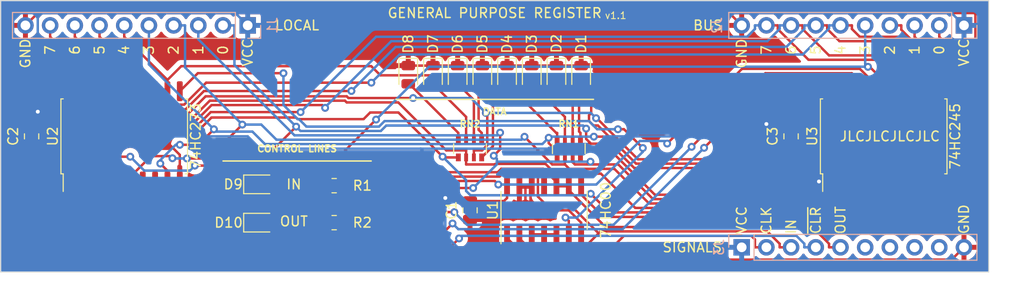
<source format=kicad_pcb>
(kicad_pcb (version 20240108) (generator "pcbnew") (generator_version "8.0")
  (layers (0 "F.Cu" signal) (31 "B.Cu" signal) (34 "B.Paste" user) (35 "F.Paste" user) (36 "B.SilkS" user "B.Silkscreen") (37 "F.SilkS" user "F.Silkscreen") (38 "B.Mask" user) (39 "F.Mask" user) (44 "Edge.Cuts" user))
  (net 0 "")
  (net 1 "VCC")
  (net 2 "GND")
  (net 3 "Net-(D1-A)")
  (net 4 "Net-(D2-A)")
  (net 5 "Net-(D3-A)")
  (net 6 "Net-(D4-A)")
  (net 7 "Net-(D5-A)")
  (net 8 "Net-(D6-A)")
  (net 9 "Net-(D7-A)")
  (net 10 "Net-(D8-A)")
  (net 11 "/L0")
  (net 12 "/L1")
  (net 13 "/L2")
  (net 14 "/L3")
  (net 15 "/L4")
  (net 16 "/L5")
  (net 17 "/L6")
  (net 18 "/L7")
  (net 19 "/D0")
  (net 20 "/D1")
  (net 21 "/D2")
  (net 22 "/D3")
  (net 23 "/D4")
  (net 24 "/D5")
  (net 25 "/D6")
  (net 26 "/D7")
  (net 27 "CLK")
  (net 28 "IN")
  (net 29 "OUT")
  (net 30 "Net-(D9-A)")
  (net 31 "Net-(D10-A)")
  (net 34 "Net-(U1-Pad3)")
  (net 38 "~{CLR}")
  (net 39 "Net-(U3-CE)")
  (net 40 "Net-(U2-Cp)")
  (footprint "LED_SMD:LED_0805_2012Metric" (layer "F.Cu") (at 74.93 22.86 -90)
    (property "Reference" "D4")
    (property "Value" "LED_Small")
  )
  (footprint "Resistor_SMD:R_0805_2012Metric" (layer "F.Cu") (at 57.15 34.29 180)
    (property "Reference" "R1")
    (property "Value" "330")
  )
  (footprint "Package_SO:SOIC-20W_7.5x12.8mm_P1.27mm" (layer "F.Cu") (at 113.665 29.21 90)
    (property "Reference" "U3")
    (property "Value" "74HC245")
  )
  (footprint "Capacitor_SMD:C_0805_2012Metric" (layer "F.Cu") (at 104.14 29.21 -90)
    (property "Reference" "C3")
    (property "Value" "C")
  )
  (footprint "LED_SMD:LED_0805_2012Metric" (layer "F.Cu") (at 49.53 34.155)
    (property "Reference" "D9")
    (property "Value" "IN")
  )
  (footprint "LED_SMD:LED_0805_2012Metric" (layer "F.Cu") (at 77.47 22.86 -90)
    (property "Reference" "D3")
    (property "Value" "LED_Small")
  )
  (footprint "Resistor_SMD:R_Array_Convex_4x0603" (layer "F.Cu") (at 71.12 30.48 -90)
    (property "Reference" "RN2")
    (property "Value" "220")
  )
  (footprint "Resistor_SMD:R_0805_2012Metric" (layer "F.Cu") (at 57.15 38.1 180)
    (property "Reference" "R2")
    (property "Value" "330")
  )
  (footprint "LED_SMD:LED_0805_2012Metric" (layer "F.Cu") (at 80.01 22.86 -90)
    (property "Reference" "D2")
    (property "Value" "LED_Small")
  )
  (footprint "Capacitor_SMD:C_0805_2012Metric" (layer "F.Cu") (at 71.12 36.83 -90)
    (property "Reference" "C1")
    (property "Value" "C")
  )
  (footprint "Package_SO:SO-14_3.9x8.65mm_P1.27mm" (layer "F.Cu") (at 78.74 36.83 90)
    (property "Reference" "U1")
    (property "Value" "74HC00")
  )
  (footprint "LED_SMD:LED_0805_2012Metric" (layer "F.Cu") (at 49.53 38.1)
    (property "Reference" "D10")
    (property "Value" "OUT")
  )
  (footprint "LED_SMD:LED_0805_2012Metric" (layer "F.Cu") (at 69.85 22.86 -90)
    (property "Reference" "D6")
    (property "Value" "LED_Small")
  )
  (footprint "LED_SMD:LED_0805_2012Metric" (layer "F.Cu") (at 64.77 22.86 -90)
    (property "Reference" "D8")
    (property "Value" "LED_Small")
  )
  (footprint "LED_SMD:LED_0805_2012Metric" (layer "F.Cu") (at 67.31 22.86 -90)
    (property "Reference" "D7")
    (property "Value" "LED_Small")
  )
  (footprint "LED_SMD:LED_0805_2012Metric" (layer "F.Cu") (at 82.55 22.86 -90)
    (property "Reference" "D1")
    (property "Value" "LED_Small")
  )
  (footprint "Capacitor_SMD:C_0805_2012Metric" (layer "F.Cu") (at 26.035 29.21 -90)
    (property "Reference" "C2")
    (property "Value" "C")
  )
  (footprint "LED_SMD:LED_0805_2012Metric" (layer "F.Cu") (at 72.39 22.86 -90)
    (property "Reference" "D5")
    (property "Value" "LED_Small")
  )
  (footprint "Package_SO:SOIC-20W_7.5x12.8mm_P1.27mm" (layer "F.Cu") (at 35.56 29.21 90)
    (property "Reference" "U2")
    (property "Value" "74HC273")
  )
  (footprint "Resistor_SMD:R_Array_Convex_4x0603" (layer "F.Cu") (at 81.28 30.48 -90)
    (property "Reference" "RN1")
    (property "Value" "220")
  )
  (footprint "Connector_PinHeader_2.54mm:PinHeader_1x10_P2.54mm_Vertical" (layer "B.Cu") (at 121.92 17.78 90)
    (property "Reference" "J2")
    (property "Value" "BUS")
  )
  (footprint "Connector_PinHeader_2.54mm:PinHeader_1x10_P2.54mm_Vertical" (layer "B.Cu") (at 99.06 40.64 -90)
    (property "Reference" "J3")
    (property "Value" "SIGNALS")
  )
  (footprint "Connector_PinHeader_2.54mm:PinHeader_1x10_P2.54mm_Vertical" (layer "B.Cu") (at 48.26 17.78 90)
    (property "Reference" "J1")
    (property "Value" "LOCAL")
  )
  (gr_line (start 45.72 31.75) (end 60.96 31.75) (stroke (width 0.15)) (layer "F.SilkS"))
  (gr_line (start 63.5 25.4) (end 83.82 25.4) (stroke (width 0.15)) (layer "F.SilkS"))
  (gr_line (start 22.86 15.24) (end 124.46 15.24) (stroke (width 0.1)) (layer "Edge.Cuts"))
  (gr_line (start 124.46 43.18) (end 22.86 43.18) (stroke (width 0.1)) (layer "Edge.Cuts"))
  (gr_line (start 22.86 43.18) (end 22.86 15.24) (stroke (width 0.1)) (layer "Edge.Cuts"))
  (gr_line (start 124.46 15.24) (end 124.46 43.18) (stroke (width 0.1)) (layer "Edge.Cuts"))
  (gr_text "JLCJLCJLCJLC" (at 114.3 29.21 0) (layer "F.SilkS") (effects (font (size 1 1))))
  (gr_text "VCC" (at 48.26 19.05 90) (layer "F.SilkS") (effects (font (size 1 1)) (justify right)))
  (gr_text "IN" (at 104.14 39.37 90) (layer "F.SilkS") (effects (font (size 1 1)) (justify left)))
  (gr_text "4" (at 35.56 20.32 90) (layer "F.SilkS") (effects (font (size 1 1))))
  (gr_text "2" (at 40.64 20.32 90) (layer "F.SilkS") (effects (font (size 1 1))))
  (gr_text "1" (at 43.18 20.32 90) (layer "F.SilkS") (effects (font (size 1 1))))
  (gr_text "GND" (at 25.4 19.05 90) (layer "F.SilkS") (effects (font (size 1 1)) (justify right)))
  (gr_text "CLK" (at 101.6 39.37 90) (layer "F.SilkS") (effects (font (size 1 1)) (justify left)))
  (gr_text "7" (at 101.6 20.32 90) (layer "F.SilkS") (effects (font (size 1 1))))
  (gr_text "6" (at 30.48 20.32 90) (layer "F.SilkS") (effects (font (size 1 1))))
  (gr_text "4" (at 109.22 20.32 90) (layer "F.SilkS") (effects (font (size 1 1))))
  (gr_text "VCC" (at 99.06 39.37 90) (layer "F.SilkS") (effects (font (size 1 1)) (justify left)))
  (gr_text "GND" (at 121.92 39.37 90) (layer "F.SilkS") (effects (font (size 1 1)) (justify left)))
  (gr_text "~{CLR}" (at 106.68 39.37 90) (layer "F.SilkS") (effects (font (size 1 1)) (justify left)))
  (gr_text "0" (at 45.72 20.32 90) (layer "F.SilkS") (effects (font (size 1 1))))
  (gr_text "6" (at 104.14 20.32 90) (layer "F.SilkS") (effects (font (size 1 1))))
  (gr_text "OUT" (at 109.22 39.37 90) (layer "F.SilkS") (effects (font (size 1 1)) (justify left)))
  (gr_text "VCC" (at 121.92 19.05 90) (layer "F.SilkS") (effects (font (size 1 1)) (justify right)))
  (gr_text "3" (at 111.76 20.32 90) (layer "F.SilkS") (effects (font (size 1 1))))
  (gr_text "DATA" (at 73.66 26.67 0) (layer "F.SilkS") (effects (font (size 0.7 0.7))))
  (gr_text "3" (at 38.1 20.32 90) (layer "F.SilkS") (effects (font (size 1 1))))
  (gr_text "GENERAL PURPOSE REGISTER" (at 73.66 16.51 0) (layer "F.SilkS") (effects (font (size 1 1))))
  (gr_text "v1.1" (at 86.106 16.764 0) (layer "F.SilkS") (effects (font (size 0.7 0.7) (thickness 0.1))))
  (gr_text "5" (at 106.68 20.32 90) (layer "F.SilkS") (effects (font (size 1 1))))
  (gr_text "7" (at 27.94 20.32 90) (layer "F.SilkS") (effects (font (size 1 1))))
  (gr_text "GND" (at 99.06 19.05 90) (layer "F.SilkS") (effects (font (size 1 1)) (justify right)))
  (gr_text "0" (at 119.38 20.32 90) (layer "F.SilkS") (effects (font (size 1 1))))
  (gr_text "2" (at 114.3 20.32 90) (layer "F.SilkS") (effects (font (size 1 1))))
  (gr_text "5" (at 33.02 20.32 90) (layer "F.SilkS") (effects (font (size 1 1))))
  (gr_text "1" (at 116.84 20.32 90) (layer "F.SilkS") (effects (font (size 1 1))))
  (gr_text "CONTROL LINES" (at 53.34 30.48 0) (layer "F.SilkS") (effects (font (size 0.7 0.7))))
  (segment (start 74.61 35.88) (end 74.93 35.56) (width 0.25) (layer "F.Cu") (net 1))
  (segment (start 70.8 35.56) (end 71.12 35.88) (width 0.25) (layer "F.Cu") (net 1))
  (segment (start 104.14 28.26) (end 107.63 28.26) (width 0.25) (layer "F.Cu") (net 1))
  (segment (start 104.14 28.26) (end 104.46 27.94) (width 0.25) (layer "F.Cu") (net 1))
  (segment (start 107.63 28.26) (end 107.95 27.94) (width 0.25) (layer "F.Cu") (net 1))
  (segment (start 26.035 27.305) (end 26.67 26.67) (width 0.25) (layer "F.Cu") (net 1))
  (segment (start 26.035 28.26) (end 28.89 28.26) (width 0.25) (layer "F.Cu") (net 1))
  (segment (start 26.035 28.26) (end 26.035 27.305) (width 0.25) (layer "F.Cu") (net 1))
  (segment (start 28.89 28.26) (end 29.845 27.305) (width 0.25) (layer "F.Cu") (net 1))
  (segment (start 29.845 24.56) (end 29.845 24.46) (width 0.25) (layer "F.Cu") (net 1))
  (segment (start 68.58 35.56) (end 70.8 35.56) (width 0.25) (layer "F.Cu") (net 1))
  (segment (start 29.845 27.305) (end 29.845 24.56) (width 0.25) (layer "F.Cu") (net 1))
  (segment (start 107.95 27.94) (end 107.95 24.56) (width 0.25) (layer "F.Cu") (net 1))
  (segment (start 103.82 27.94) (end 104.14 28.26) (width 0.25) (layer "F.Cu") (net 1))
  (segment (start 71.12 35.88) (end 74.61 35.88) (width 0.25) (layer "F.Cu") (net 1))
  (segment (start 107.95 33.86) (end 107.0096 33.86) (width 0.25) (layer "F.Cu") (net 1))
  (segment (start 107.95 24.56) (end 107.95 24.46) (width 0.25) (layer "F.Cu") (net 1))
  (segment (start 74.93 35.56) (end 74.93 34.355) (width 0.25) (layer "F.Cu") (net 1))
  (segment (start 101.6 27.94) (end 103.82 27.94) (width 0.25) (layer "F.Cu") (net 1))
  (via (at 26.67 26.67) (size 0.8) (drill 0.4) (layers "F.Cu" "B.Cu") (net 1))
  (via (at 68.58 35.56) (size 0.8) (drill 0.4) (layers "F.Cu" "B.Cu") (net 1))
  (via (at 101.6 27.94) (size 0.8) (drill 0.4) (layers "F.Cu" "B.Cu") (net 1))
  (via (at 107.0096 33.86) (size 0.8) (drill 0.4) (layers "F.Cu" "B.Cu") (net 1))
  (segment (start 83.82 30.48) (end 66.04 30.48) (width 0.25) (layer "B.Cu") (net 1))
  (segment (start 107.0108 29.21) (end 107.0096 29.2112) (width 0.25) (layer "B.Cu") (net 1))
  (segment (start 48.26 29.21) (end 27.94 29.21) (width 0.25) (layer "B.Cu") (net 1))
  (segment (start 68.58 33.02) (end 68.58 35.56) (width 0.25) (layer "B.Cu") (net 1))
  (segment (start 66.04 30.48) (end 49.53 30.48) (width 0.25) (layer "B.Cu") (net 1))
  (segment (start 69.85 40.64) (end 68.58 39.37) (width 0.25) (layer "B.Cu") (net 1))
  (segment (start 26.67 27.94) (end 26.67 26.67) (width 0.25) (layer "B.Cu") (net 1))
  (segment (start 68.58 39.37) (end 68.58 35.56) (width 0.25) (layer "B.Cu") (net 1))
  (segment (start 46.99 16.51) (end 48.26 17.78) (width 0.25) (layer "B.Cu") (net 1))
  (segment (start 27.94 16.51) (end 26.67 16.51) (width 0.25) (layer "B.Cu") (net 1))
  (segment (start 107.0108 29.21) (end 104.14 29.21) (width 0.25) (layer "B.Cu") (net 1))
  (segment (start 120.65 16.51) (end 46.99 16.51) (width 0.25) (layer "B.Cu") (net 1))
  (segment (start 66.04 30.48) (end 68.58 33.02) (width 0.25) (layer "B.Cu") (net 1))
  (segment (start 121.92 17.78) (end 121.92 27.94) (width 0.25) (layer "B.Cu") (net 1))
  (segment (start 104.14 29.21) (end 102.87 29.21) (width 0.25) (layer "B.Cu") (net 1))
  (segment (start 46.99 16.51) (end 27.94 16.51) (width 0.25) (layer "B.Cu") (net 1))
  (segment (start 85.09 29.21) (end 83.82 30.48) (width 0.25) (layer "B.Cu") (net 1))
  (segment (start 70.612 40.64) (end 69.85 40.64) (width 0.25) (layer "B.Cu") (net 1))
  (segment (start 99.06 40.64) (end 70.612 40.64) (width 0.25) (layer "B.Cu") (net 1))
  (segment (start 49.53 30.48) (end 48.26 29.21) (width 0.25) (layer "B.Cu") (net 1))
  (segment (start 24.13 17.272) (end 24.892 16.51) (width 0.25) (layer "B.Cu") (net 1))
  (segment (start 102.87 29.21) (end 85.09 29.21) (width 0.25) (layer "B.Cu") (net 1))
  (segment (start 24.13 38.862) (end 24.13 17.272) (width 0.25) (layer "B.Cu") (net 1))
  (segment (start 24.892 16.51) (end 26.67 16.51) (width 0.25) (layer "B.Cu") (net 1))
  (segment (start 120.65 29.21) (end 107.0108 29.21) (width 0.25) (layer "B.Cu") (net 1))
  (segment (start 26.67 16.51) (end 26.67 26.67) (width 0.25) (layer "B.Cu") (net 1))
  (segment (start 121.92 17.78) (end 120.65 16.51) (width 0.25) (layer "B.Cu") (net 1))
  (segment (start 107.0096 29.2112) (end 107.0096 33.86) (width 0.25) (layer "B.Cu") (net 1))
  (segment (start 121.92 27.94) (end 120.65 29.21) (width 0.25) (layer "B.Cu") (net 1))
  (segment (start 104.14 29.21) (end 102.87 29.21) (width 0.25) (layer "B.Cu") (net 1))
  (segment (start 70.612 40.64) (end 69.85 40.64) (width 0.25) (layer "B.Cu") (net 1))
  (segment (start 26.67 16.51) (end 27.94 16.51) (width 0.25) (layer "B.Cu") (net 1))
  (segment (start 25.908 40.64) (end 24.13 38.862) (width 0.25) (layer "B.Cu") (net 1))
  (segment (start 69.85 40.64) (end 25.908 40.64) (width 0.25) (layer "B.Cu") (net 1))
  (segment (start 102.87 29.21) (end 101.6 27.94) (width 0.25) (layer "B.Cu") (net 1))
  (segment (start 27.94 29.21) (end 26.67 27.94) (width 0.25) (layer "B.Cu") (net 1))
  (segment (start 119.38 32.17) (end 121.92 32.17) (width 0.25) (layer "F.Cu") (net 2))
  (segment (start 41.275 31.115) (end 41.275 33.385) (width 0.25) (layer "F.Cu") (net 2))
  (segment (start 82.55 38.1) (end 82.55 39.305) (width 0.25) (layer "F.Cu") (net 2))
  (segment (start 41.66 33.77) (end 41.365 33.77) (width 0.25) (layer "F.Cu") (net 2))
  (segment (start 67.31 21.9225) (end 69.85 21.9225) (width 0.25) (layer "F.Cu") (net 2))
  (segment (start 69.0956 16.51) (end 67.31 18.2956) (width 0.25) (layer "F.Cu") (net 2))
  (segment (start 82.55 21.9225) (end 80.01 21.9225) (width 0.25) (layer "F.Cu") (net 2))
  (segment (start 76.8206 36.83) (end 81.28 36.83) (width 0.25) (layer "F.Cu") (net 2))
  (segment (start 25.08 30.16) (end 26.035 30.16) (width 0.25) (layer "F.Cu") (net 2))
  (segment (start 99.06 17.78) (end 97.79 16.51) (width 0.25) (layer "F.Cu") (net 2))
  (segment (start 48.5925 34.155) (end 48.5925 38.1) (width 0.25) (layer "F.Cu") (net 2))
  (segment (start 24.13 40.386) (end 24.13 29.21) (width 0.25) (layer "F.Cu") (net 2))
  (segment (start 121.92 21.59) (end 123.095 20.415) (width 0.25) (layer "F.Cu") (net 2))
  (segment (start 24.13 26.67) (end 24.13 27.686) (width 0.25) (layer "F.Cu") (net 2))
  (segment (start 119.38 33.86) (end 119.38 33.96) (width 0.25) (layer "F.Cu") (net 2))
  (segment (start 76.8206 34.355) (end 76.8206 36.83) (width 0.25) (layer "F.Cu") (net 2))
  (segment (start 67.31 18.2956) (end 67.31 21.9225) (width 0.25) (layer "F.Cu") (net 2))
  (segment (start 119.06 30.16) (end 119.38 30.48) (width 0.25) (layer "F.Cu") (net 2))
  (segment (start 72.39 41.91) (end 71.12 40.64) (width 0.25) (layer "F.Cu") (net 2))
  (segment (start 80.01 21.9225) (end 77.47 21.9225) (width 0.25) (layer "F.Cu") (net 2))
  (segment (start 123 16.51) (end 97.79 16.51) (width 0.25) (layer "F.Cu") (net 2))
  (segment (start 72.39 41.91) (end 25.654 41.91) (width 0.25) (layer "F.Cu") (net 2))
  (segment (start 69.0956 16.51) (end 26.67 16.51) (width 0.25) (layer "F.Cu") (net 2))
  (segment (start 72.07 36.83) (end 76.8206 36.83) (width 0.25) (layer "F.Cu") (net 2))
  (segment (start 97.79 16.51) (end 95.25 16.51) (width 0.25) (layer "F.Cu") (net 2))
  (segment (start 41.66 33.77) (end 42.045 34.155) (width 0.25) (layer "F.Cu") (net 2))
  (segment (start 119.38 30.48) (end 119.38 32.17) (width 0.25) (layer "F.Cu") (net 2))
  (segment (start 25.4 25.4) (end 24.13 26.67) (width 0.25) (layer "F.Cu") (net 2))
  (segment (start 71.12 40.64) (end 71.12 37.78) (width 0.25) (layer "F.Cu") (net 2))
  (segment (start 26.67 16.51) (end 25.4 17.78) (width 0.25) (layer "F.Cu") (net 2))
  (segment (start 72.644 41.91) (end 72.39 41.91) (width 0.25) (layer "F.Cu") (net 2))
  (segment (start 72.39 21.9225) (end 74.93 21.9225) (width 0.25) (layer "F.Cu") (net 2))
  (segment (start 76.2 34.355) (end 76.8206 34.355) (width 0.25) (layer "F.Cu") (net 2))
  (segment (start 76.8206 34.355) (end 77.47 34.355) (width 0.25) (layer "F.Cu") (net 2))
  (segment (start 42.045 34.155) (end 48.5925 34.155) (width 0.25) (layer "F.Cu") (net 2))
  (segment (start 24.13 29.21) (end 25.08 30.16) (width 0.25) (layer "F.Cu") (net 2))
  (segment (start 120.65 41.91) (end 72.644 41.91) (width 0.25) (layer "F.Cu") (net 2))
  (segment (start 64.77 21.9225) (end 67.31 21.9225) (width 0.25) (layer "F.Cu") (net 2))
  (segment (start 72.644 41.91) (end 72.39 41.91) (width 0.25) (layer "F.Cu") (net 2))
  (segment (start 24.13 29.21) (end 24.13 27.686) (width 0.25) (layer "F.Cu") (net 2))
  (segment (start 95.25 16.51) (end 69.0956 16.51) (width 0.25) (layer "F.Cu") (net 2))
  (segment (start 123.095 16.605) (end 123 16.51) (width 0.25) (layer "F.Cu") (net 2))
  (segment (start 24.13 27.686) (end 24.13 29.21) (width 0.25) (layer "F.Cu") (net 2))
  (segment (start 25.654 41.91) (end 24.13 40.386) (width 0.25) (layer "F.Cu") (net 2))
  (segment (start 26.035 30.16) (end 40.32 30.16) (width 0.25) (layer "F.Cu") (net 2))
  (segment (start 104.14 30.16) (end 119.06 30.16) (width 0.25) (layer "F.Cu") (net 2))
  (segment (start 71.12 37.78) (end 72.07 36.83) (width 0.25) (layer "F.Cu") (net 2))
  (segment (start 40.32 30.16) (end 41.275 31.115) (width 0.25) (layer "F.Cu") (net 2))
  (segment (start 121.92 40.64) (end 121.92 32.17) (width 0.25) (layer "F.Cu") (net 2))
  (segment (start 81.28 36.83) (end 82.55 38.1) (width 0.25) (layer "F.Cu") (net 2))
  (segment (start 25.4 17.78) (end 25.4 25.4) (width 0.25) (layer "F.Cu") (net 2))
  (segment (start 121.92 32.17) (end 121.92 21.59) (width 0.25) (layer "F.Cu") (net 2))
  (segment (start 97.79 16.51) (end 95.25 16.51) (width 0.25) (layer "F.Cu") (net 2))
  (segment (start 123.095 20.415) (end 123.095 16.605) (width 0.25) (layer "F.Cu") (net 2))
  (segment (start 77.47 21.9225) (end 74.93 21.9225) (width 0.25) (layer "F.Cu") (net 2))
  (segment (start 121.92 40.64) (end 120.65 41.91) (width 0.25) (layer "F.Cu") (net 2))
  (segment (start 119.38 32.17) (end 119.38 33.86) (width 0.25) (layer "F.Cu") (net 2))
  (segment (start 41.275 33.385) (end 41.66 33.77) (width 0.25) (layer "F.Cu") (net 2))
  (segment (start 69.85 21.9225) (end 72.39 21.9225) (width 0.25) (layer "F.Cu") (net 2))
  (segment (start 41.365 33.77) (end 41.275 33.86) (width 0.25) (layer "F.Cu") (net 2))
  (segment (start 82.3371 24.0104) (end 82.3371 28.7118) (width 0.25) (layer "F.Cu") (net 3))
  (segment (start 82.3371 28.7118) (end 82.48 28.8547) (width 0.25) (layer "F.Cu") (net 3))
  (segment (start 82.48 29.58) (end 82.48 28.8547) (width 0.25) (layer "F.Cu") (net 3))
  (segment (start 82.55 23.7975) (end 82.3371 24.0104) (width 0.25) (layer "F.Cu") (net 3))
  (segment (start 80.01 23.7975) (end 81.68 25.4675) (width 0.25) (layer "F.Cu") (net 4))
  (segment (start 81.68 29.58) (end 81.68 28.8547) (width 0.25) (layer "F.Cu") (net 4))
  (segment (start 81.68 25.4675) (end 81.68 28.8547) (width 0.25) (layer "F.Cu") (net 4))
  (segment (start 77.47 23.7975) (end 80.88 27.2075) (width 0.25) (layer "F.Cu") (net 5))
  (segment (start 80.88 27.2075) (end 80.88 29.58) (width 0.25) (layer "F.Cu") (net 5))
  (segment (start 79.9872 28.8547) (end 80.08 28.8547) (width 0.25) (layer "F.Cu") (net 6))
  (segment (start 80.08 29.58) (end 80.08 28.8547) (width 0.25) (layer "F.Cu") (net 6))
  (segment (start 74.93 23.7975) (end 79.9872 28.8547) (width 0.25) (layer "F.Cu") (net 6))
  (segment (start 72.0059 24.1816) (end 72.0059 28.5406) (width 0.25) (layer "F.Cu") (net 7))
  (segment (start 72.39 23.7975) (end 72.0059 24.1816) (width 0.25) (layer "F.Cu") (net 7))
  (segment (start 72.0059 28.5406) (end 72.32 28.8547) (width 0.25) (layer "F.Cu") (net 7))
  (segment (start 72.32 29.58) (end 72.32 28.8547) (width 0.25) (layer "F.Cu") (net 7))
  (segment (start 71.52 29.58) (end 71.52 28.8547) (width 0.25) (layer "F.Cu") (net 8))
  (segment (start 71.52 25.4675) (end 71.52 28.8547) (width 0.25) (layer "F.Cu") (net 8))
  (segment (start 69.85 23.7975) (end 71.52 25.4675) (width 0.25) (layer "F.Cu") (net 8))
  (segment (start 67.31 23.7975) (end 70.72 27.2075) (width 0.25) (layer "F.Cu") (net 9))
  (segment (start 70.72 27.2075) (end 70.72 29.58) (width 0.25) (layer "F.Cu") (net 9))
  (segment (start 64.8628 23.7975) (end 64.77 23.7975) (width 0.25) (layer "F.Cu") (net 10))
  (segment (start 69.92 29.58) (end 69.92 28.8547) (width 0.25) (layer "F.Cu") (net 10))
  (segment (start 69.92 28.8547) (end 64.8628 23.7975) (width 0.25) (layer "F.Cu") (net 10))
  (segment (start 49.2265 32.2248) (end 42.8242 32.2248) (width 0.25) (layer "F.Cu") (net 11))
  (segment (start 82.48 31.38) (end 82.48 30.6547) (width 0.25) (layer "F.Cu") (net 11))
  (segment (start 109.22 33.86) (end 109.22 34.3561) (width 0.25) (layer "F.Cu") (net 11))
  (segment (start 83.5567 29.9655) (end 83.4314 29.8402) (width 0.25) (layer "F.Cu") (net 11))
  (segment (start 33.1745 31.3057) (end 31.115 33.3652) (width 0.25) (layer "F.Cu") (net 11))
  (segment (start 82.48 30.6547) (end 82.6169 30.6547) (width 0.25) (layer "F.Cu") (net 11))
  (segment (start 84.8709 29.9655) (end 83.5567 29.9655) (width 0.25) (layer "F.Cu") (net 11))
  (segment (start 53.2413 28.21) (end 49.2265 32.2248) (width 0.25) (layer "F.Cu") (net 11))
  (segment (start 82.6169 30.6547) (end 83.4314 29.8402) (width 0.25) (layer "F.Cu") (net 11))
  (segment (start 31.115 33.3652) (end 31.115 33.86) (width 0.25) (layer "F.Cu") (net 11))
  (segment (start 108.3509 35.2252) (end 90.1306 35.2252) (width 0.25) (layer "F.Cu") (net 11))
  (segment (start 83.4314 29.8402) (end 83.0637 29.4725) (width 0.25) (layer "F.Cu") (net 11))
  (segment (start 36.1829 31.3057) (end 33.1745 31.3057) (width 0.25) (layer "F.Cu") (net 11))
  (segment (start 83.0637 29.4725) (end 83.0637 28.4108) (width 0.25) (layer "F.Cu") (net 11))
  (segment (start 90.1306 35.2252) (end 84.8709 29.9655) (width 0.25) (layer "F.Cu") (net 11))
  (segment (start 109.22 34.3561) (end 108.3509 35.2252) (width 0.25) (layer "F.Cu") (net 11))
  (via (at 36.1829 31.3057) (size 0.8) (drill 0.4) (layers "F.Cu" "B.Cu") (net 11))
  (via (at 42.8242 32.2248) (size 0.8) (drill 0.4) (layers "F.Cu" "B.Cu") (net 11))
  (via (at 53.2413 28.21) (size 0.8) (drill 0.4) (layers "F.Cu" "B.Cu") (net 11))
  (via (at 83.0637 28.4108) (size 0.8) (drill 0.4) (layers "F.Cu" "B.Cu") (net 11))
  (segment (start 46.8953 17.78) (end 46.8953 21.864) (width 0.25) (layer "B.Cu") (net 11))
  (segment (start 61.9496 28.656) (end 62.5082 28.0974) (width 0.25) (layer "B.Cu") (net 11))
  (segment (start 42.3104 32.7386) (end 37.6158 32.7386) (width 0.25) (layer "B.Cu") (net 11))
  (segment (start 37.6158 32.7386) (end 36.1829 31.3057) (width 0.25) (layer "B.Cu") (net 11))
  (segment (start 82.7503 28.0974) (end 83.0637 28.4108) (width 0.25) (layer "B.Cu") (net 11))
  (segment (start 62.5082 28.0974) (end 82.7503 28.0974) (width 0.25) (layer "B.Cu") (net 11))
  (segment (start 53.6873 28.656) (end 61.9496 28.656) (width 0.25) (layer "B.Cu") (net 11))
  (segment (start 42.8242 32.2248) (end 42.3104 32.7386) (width 0.25) (layer "B.Cu") (net 11))
  (segment (start 53.2413 28.21) (end 53.6873 28.656) (width 0.25) (layer "B.Cu") (net 11))
  (segment (start 46.8953 21.864) (end 53.2413 28.21) (width 0.25) (layer "B.Cu") (net 11))
  (segment (start 45.72 17.78) (end 46.8953 17.78) (width 0.25) (layer "B.Cu") (net 11))
  (segment (start 81.9052 32.1053) (end 83.5058 32.1053) (width 0.25) (layer "F.Cu") (net 12))
  (segment (start 89.944 35.6755) (end 86.3738 32.1053) (width 0.25) (layer "F.Cu") (net 12))
  (segment (start 67.1189 34.5334) (end 61.5843 40.068) (width 0.25) (layer "F.Cu") (net 12))
  (segment (start 83.5058 31.8179) (end 83.5058 32.1053) (width 0.25) (layer "F.Cu") (net 12))
  (segment (start 73.5627 31.2072) (end 74.2174 30.5525) (width 0.25) (layer "F.Cu") (net 12))
  (segment (start 86.3738 32.1053) (end 83.5058 32.1053) (width 0.25) (layer "F.Cu") (net 12))
  (segment (start 61.5843 40.068) (end 40.6264 40.068) (width 0.25) (layer "F.Cu") (net 12))
  (segment (start 71.4448 34.5334) (end 67.1189 34.5334) (width 0.25) (layer "F.Cu") (net 12))
  (segment (start 34.925 34.3666) (end 34.925 33.86) (width 0.25) (layer "F.Cu") (net 12))
  (segment (start 40.6264 40.068) (end 34.925 34.3666) (width 0.25) (layer "F.Cu") (net 12))
  (segment (start 109.1252 35.6755) (end 89.944 35.6755) (width 0.25) (layer "F.Cu") (net 12))
  (segment (start 81.68 31.8801) (end 81.9052 32.1053) (width 0.25) (layer "F.Cu") (net 12))
  (segment (start 74.2174 30.5525) (end 74.2174 28.8249) (width 0.25) (layer "F.Cu") (net 12))
  (segment (start 110.49 34.3107) (end 109.1252 35.6755) (width 0.25) (layer "F.Cu") (net 12))
  (segment (start 81.68 31.38) (end 81.68 31.8801) (width 0.25) (layer "F.Cu") (net 12))
  (segment (start 110.49 33.86) (end 110.49 34.3107) (width 0.25) (layer "F.Cu") (net 12))
  (via (at 74.2174 28.8249) (size 0.8) (drill 0.4) (layers "F.Cu" "B.Cu") (net 12))
  (via (at 73.5627 31.2072) (size 0.8) (drill 0.4) (layers "F.Cu" "B.Cu") (net 12))
  (via (at 71.4448 34.5334) (size 0.8) (drill 0.4) (layers "F.Cu" "B.Cu") (net 12))
  (via (at 83.5058 31.8179) (size 0.8) (drill 0.4) (layers "F.Cu" "B.Cu") (net 12))
  (segment (start 53.0692 29.1063) (end 73.936 29.1063) (width 0.25) (layer "B.Cu") (net 12))
  (segment (start 73.936 29.1063) (end 74.2174 28.8249) (width 0.25) (layer "B.Cu") (net 12))
  (segment (start 73.8844 31.8179) (end 73.8844 32.0938) (width 0.25) (layer "B.Cu") (net 12))
  (segment (start 43.18 18.9553) (end 43.18 19.2171) (width 0.25) (layer "B.Cu") (net 12))
  (segment (start 43.18 17.78) (end 43.18 18.9553) (width 0.25) (layer "B.Cu") (net 12))
  (segment (start 83.5058 31.8179) (end 73.8844 31.8179) (width 0.25) (layer "B.Cu") (net 12))
  (segment (start 73.8844 32.0938) (end 71.4448 34.5334) (width 0.25) (layer "B.Cu") (net 12))
  (segment (start 43.18 19.2171) (end 53.0692 29.1063) (width 0.25) (layer "B.Cu") (net 12))
  (segment (start 73.5627 31.2072) (end 73.8844 31.5289) (width 0.25) (layer "B.Cu") (net 12))
  (segment (start 73.8844 31.5289) (end 73.8844 31.8179) (width 0.25) (layer "B.Cu") (net 12))
  (segment (start 80.88 31.38) (end 80.88 32.1053) (width 0.25) (layer "F.Cu") (net 13))
  (segment (start 42.005 31.4884) (end 44.2143 31.4884) (width 0.25) (layer "F.Cu") (net 13))
  (segment (start 109.9366 36.126) (end 89.5342 36.126) (width 0.25) (layer "F.Cu") (net 13))
  (segment (start 111.76 33.86) (end 111.76 34.3026) (width 0.25) (layer "F.Cu") (net 13))
  (segment (start 44.2143 31.4884) (end 47.7055 27.9972) (width 0.25) (layer "F.Cu") (net 13))
  (segment (start 81.3304 32.5557) (end 80.88 32.1053) (width 0.25) (layer "F.Cu") (net 13))
  (segment (start 79.5787 32.1053) (end 80.88 32.1053) (width 0.25) (layer "F.Cu") (net 13))
  (segment (start 111.76 34.3026) (end 109.9366 36.126) (width 0.25) (layer "F.Cu") (net 13))
  (segment (start 36.195 33.3653) (end 38.3125 31.2478) (width 0.25) (layer "F.Cu") (net 13))
  (segment (start 89.5342 36.126) (end 85.9639 32.5557) (width 0.25) (layer "F.Cu") (net 13))
  (segment (start 36.195 33.86) (end 36.195 33.3653) (width 0.25) (layer "F.Cu") (net 13))
  (segment (start 85.9639 32.5557) (end 81.3304 32.5557) (width 0.25) (layer "F.Cu") (net 13))
  (segment (start 76.7262 29.2528) (end 79.5787 32.1053) (width 0.25) (layer "F.Cu") (net 13))
  (segment (start 38.3125 31.2478) (end 40.2995 31.2478) (width 0.25) (layer "F.Cu") (net 13))
  (segment (start 40.2995 31.2478) (end 40.5176 31.4659) (width 0.25) (layer "F.Cu") (net 13))
  (via (at 40.5176 31.4659) (size 0.8) (drill 0.4) (layers "F.Cu" "B.Cu") (net 13))
  (via (at 47.7055 27.9972) (size 0.8) (drill 0.4) (layers "F.Cu" "B.Cu") (net 13))
  (via (at 76.7262 29.2528) (size 0.8) (drill 0.4) (layers "F.Cu" "B.Cu") (net 13))
  (via (at 42.005 31.4884) (size 0.8) (drill 0.4) (layers "F.Cu" "B.Cu") (net 13))
  (segment (start 41.8153 17.78) (end 41.8153 22.107) (width 0.25) (layer "B.Cu") (net 13))
  (segment (start 51.2138 29.5566) (end 76.4224 29.5566) (width 0.25) (layer "B.Cu") (net 13))
  (segment (start 49.6544 27.9972) (end 51.2138 29.5566) (width 0.25) (layer "B.Cu") (net 13))
  (segment (start 40.64 17.78) (end 41.8153 17.78) (width 0.25) (layer "B.Cu") (net 13))
  (segment (start 47.7055 27.9972) (end 49.6544 27.9972) (width 0.25) (layer "B.Cu") (net 13))
  (segment (start 41.8153 22.107) (end 47.7055 27.9972) (width 0.25) (layer "B.Cu") (net 13))
  (segment (start 40.5401 31.4884) (end 40.5176 31.4659) (width 0.25) (layer "B.Cu") (net 13))
  (segment (start 76.4224 29.5566) (end 76.7262 29.2528) (width 0.25) (layer "B.Cu") (net 13))
  (segment (start 42.005 31.4884) (end 40.5401 31.4884) (width 0.25) (layer "B.Cu") (net 13))
  (segment (start 88.0152 32.4729) (end 84.7825 29.2402) (width 0.25) (layer "F.Cu") (net 14))
  (segment (start 112.2009 32.4729) (end 88.0152 32.4729) (width 0.25) (layer "F.Cu") (net 14))
  (segment (start 79.2137 29.9092) (end 79.2137 29.3533) (width 0.25) (layer "F.Cu") (net 14))
  (segment (start 80.08 31.38) (end 80.08 30.6547) (width 0.25) (layer "F.Cu") (net 14))
  (segment (start 79.9592 30.6547) (end 79.2137 29.9092) (width 0.25) (layer "F.Cu") (net 14))
  (segment (start 40.005 32.7486) (end 40.005 33.86) (width 0.25) (layer "F.Cu") (net 14))
  (segment (start 80.08 30.6547) (end 79.9592 30.6547) (width 0.25) (layer "F.Cu") (net 14))
  (segment (start 41.2819 30.0796) (end 43.1863 30.0796) (width 0.25) (layer "F.Cu") (net 14))
  (segment (start 84.7825 29.2402) (end 83.8571 29.2402) (width 0.25) (layer "F.Cu") (net 14))
  (segment (start 43.1863 30.0796) (end 44.7832 28.4827) (width 0.25) (layer "F.Cu") (net 14))
  (segment (start 113.03 33.86) (end 113.03 33.302) (width 0.25) (layer "F.Cu") (net 14))
  (segment (start 39.2696 32.0132) (end 40.005 32.7486) (width 0.25) (layer "F.Cu") (net 14))
  (segment (start 113.03 33.302) (end 112.2009 32.4729) (width 0.25) (layer "F.Cu") (net 14))
  (via (at 41.2819 30.0796) (size 0.8) (drill 0.4) (layers "F.Cu" "B.Cu") (net 14))
  (via (at 39.2696 32.0132) (size 0.8) (drill 0.4) (layers "F.Cu" "B.Cu") (net 14))
  (via (at 44.7832 28.4827) (size 0.8) (drill 0.4) (layers "F.Cu" "B.Cu") (net 14))
  (via (at 83.8571 29.2402) (size 0.8) (drill 0.4) (layers "F.Cu" "B.Cu") (net 14))
  (via (at 79.2137 29.3533) (size 0.8) (drill 0.4) (layers "F.Cu" "B.Cu") (net 14))
  (segment (start 38.1 21.7995) (end 44.7832 28.4827) (width 0.25) (layer "B.Cu") (net 14))
  (segment (start 79.2137 29.3533) (end 79.3268 29.2402) (width 0.25) (layer "B.Cu") (net 14))
  (segment (start 45.023 28.7225) (end 48.745 28.7225) (width 0.25) (layer "B.Cu") (net 14))
  (segment (start 41.2819 30.0797) (end 41.2819 30.0796) (width 0.25) (layer "B.Cu") (net 14))
  (segment (start 78.5601 30.0069) (end 79.2137 29.3533) (width 0.25) (layer "B.Cu") (net 14))
  (segment (start 50.0294 30.0069) (end 78.5601 30.0069) (width 0.25) (layer "B.Cu") (net 14))
  (segment (start 48.745 28.7225) (end 50.0294 30.0069) (width 0.25) (layer "B.Cu") (net 14))
  (segment (start 39.2696 31.6605) (end 40.8504 30.0797) (width 0.25) (layer "B.Cu") (net 14))
  (segment (start 79.3268 29.2402) (end 83.8571 29.2402) (width 0.25) (layer "B.Cu") (net 14))
  (segment (start 38.1 17.78) (end 38.1 21.7995) (width 0.25) (layer "B.Cu") (net 14))
  (segment (start 40.8504 30.0797) (end 41.2819 30.0797) (width 0.25) (layer "B.Cu") (net 14))
  (segment (start 44.7832 28.4827) (end 45.023 28.7225) (width 0.25) (layer "B.Cu") (net 14))
  (segment (start 39.2696 32.0132) (end 39.2696 31.6605) (width 0.25) (layer "B.Cu") (net 14))
  (segment (start 40.005 23.4003) (end 40.005 24.56) (width 0.25) (layer "F.Cu") (net 15))
  (segment (start 83.8144 28.0946) (end 83.3591 27.6393) (width 0.25) (layer "F.Cu") (net 15))
  (segment (start 114.3 33.4318) (end 112.8907 32.0225) (width 0.25) (layer "F.Cu") (net 15))
  (segment (start 35.56 17.78) (end 35.56 18.9553) (width 0.25) (layer "F.Cu") (net 15))
  (segment (start 114.3 33.86) (end 114.3 33.4318) (width 0.25) (layer "F.Cu") (net 15))
  (segment (start 73.48 30.22) (end 72.32 31.38) (width 0.25) (layer "F.Cu") (net 15))
  (segment (start 88.2017 32.0225) (end 84.2738 28.0946) (width 0.25) (layer "F.Cu") (net 15))
  (segment (start 83.5841 26.8135) (end 83.5841 23.3169) (width 0.25) (layer "F.Cu") (net 15))
  (segment (start 83.1914 22.9242) (end 73.48 22.9242) (width 0.25) (layer "F.Cu") (net 15))
  (segment (start 73.48 22.9242) (end 61.9073 22.9242) (width 0.25) (layer "F.Cu") (net 15))
  (segment (start 73.48 22.9242) (end 73.48 30.22) (width 0.25) (layer "F.Cu") (net 15))
  (segment (start 61.9073 22.9242) (end 60.9641 21.981) (width 0.25) (layer "F.Cu") (net 15))
  (segment (start 83.3591 27.6393) (end 83.3591 27.0385) (width 0.25) (layer "F.Cu") (net 15))
  (segment (start 83.5841 23.3169) (end 83.1914 22.9242) (width 0.25) (layer "F.Cu") (net 15))
  (segment (start 41.4243 21.981) (end 40.005 23.4003) (width 0.25) (layer "F.Cu") (net 15))
  (segment (start 84.2738 28.0946) (end 83.8144 28.0946) (width 0.25) (layer "F.Cu") (net 15))
  (segment (start 83.3591 27.0385) (end 83.5841 26.8135) (width 0.25) (layer "F.Cu") (net 15))
  (segment (start 60.9641 21.981) (end 41.4243 21.981) (width 0.25) (layer "F.Cu") (net 15))
  (segment (start 35.56 18.9553) (end 40.005 23.4003) (width 0.25) (layer "F.Cu") (net 15))
  (segment (start 112.8907 32.0225) (end 88.2017 32.0225) (width 0.25) (layer "F.Cu") (net 15))
  (segment (start 84.155 27.3389) (end 88.3883 31.5722) (width 0.25) (layer "F.Cu") (net 16))
  (segment (start 72.3643 30.6547) (end 72.8958 30.1232) (width 0.25) (layer "F.Cu") (net 16))
  (segment (start 42.1381 26.8802) (end 43.931 25.0873) (width 0.25) (layer "F.Cu") (net 16))
  (segment (start 71.52 31.38) (end 71.52 30.6547) (width 0.25) (layer "F.Cu") (net 16))
  (segment (start 113.7768 31.5722) (end 115.57 33.3654) (width 0.25) (layer "F.Cu") (net 16))
  (segment (start 88.3883 31.5722) (end 113.7768 31.5722) (width 0.25) (layer "F.Cu") (net 16))
  (segment (start 72.8958 30.1232) (end 72.8958 26.9471) (width 0.25) (layer "F.Cu") (net 16))
  (segment (start 58.6232 25.2632) (end 65.2704 25.2632) (width 0.25) (layer "F.Cu") (net 16))
  (segment (start 58.4473 25.0873) (end 58.6232 25.2632) (width 0.25) (layer "F.Cu") (net 16))
  (segment (start 37.9768 26.8802) (end 42.1381 26.8802) (width 0.25) (layer "F.Cu") (net 16))
  (segment (start 33.02 17.78) (end 33.02 18.9553) (width 0.25) (layer "F.Cu") (net 16))
  (segment (start 71.52 30.6547) (end 72.3643 30.6547) (width 0.25) (layer "F.Cu") (net 16))
  (segment (start 36.195 25.0984) (end 37.9768 26.8802) (width 0.25) (layer "F.Cu") (net 16))
  (segment (start 33.02 18.9553) (end 36.195 22.1303) (width 0.25) (layer "F.Cu") (net 16))
  (segment (start 36.195 24.56) (end 36.195 25.0984) (width 0.25) (layer "F.Cu") (net 16))
  (segment (start 84.0844 27.3389) (end 84.155 27.3389) (width 0.25) (layer "F.Cu") (net 16))
  (segment (start 72.8958 26.9471) (end 72.7418 26.7931) (width 0.25) (layer "F.Cu") (net 16))
  (segment (start 36.195 22.1303) (end 36.195 24.56) (width 0.25) (layer "F.Cu") (net 16))
  (segment (start 115.57 33.3654) (end 115.57 33.86) (width 0.25) (layer "F.Cu") (net 16))
  (segment (start 43.931 25.0873) (end 58.4473 25.0873) (width 0.25) (layer "F.Cu") (net 16))
  (via (at 65.2704 25.2632) (size 0.8) (drill 0.4) (layers "F.Cu" "B.Cu") (net 16))
  (via (at 84.0844 27.3389) (size 0.8) (drill 0.4) (layers "F.Cu" "B.Cu") (net 16))
  (via (at 72.7418 26.7931) (size 0.8) (drill 0.4) (layers "F.Cu" "B.Cu") (net 16))
  (segment (start 84.0844 27.3389) (end 83.5386 26.7931) (width 0.25) (layer "B.Cu") (net 16))
  (segment (start 72.7418 26.7931) (end 71.2119 25.2632) (width 0.25) (layer "B.Cu") (net 16))
  (segment (start 71.2119 25.2632) (end 65.2704 25.2632) (width 0.25) (layer "B.Cu") (net 16))
  (segment (start 83.5386 26.7931) (end 72.7418 26.7931) (width 0.25) (layer "B.Cu") (net 16))
  (segment (start 30.48 17.78) (end 30.48 18.9553) (width 0.25) (layer "F.Cu") (net 17))
  (segment (start 116.84 33.86) (end 116.84 34.3648) (width 0.25) (layer "F.Cu") (net 17))
  (segment (start 116.84 34.3648) (end 114.6196 36.5852) (width 0.25) (layer "F.Cu") (net 17))
  (segment (start 34.925 25.0037) (end 37.2519 27.3306) (width 0.25) (layer "F.Cu") (net 17))
  (segment (start 73.7319 32.0481) (end 73.6747 32.1053) (width 0.25) (layer "F.Cu") (net 17))
  (segment (start 44.3591 25.5377) (end 58.2608 25.5377) (width 0.25) (layer "F.Cu") (net 17))
  (segment (start 88.1178 36.5852) (end 84.5866 33.054) (width 0.25) (layer "F.Cu") (net 17))
  (segment (start 34.925 23.4003) (end 34.925 24.56) (width 0.25) (layer "F.Cu") (net 17))
  (segment (start 70.72 31.38) (end 70.72 32.1053) (width 0.25) (layer "F.Cu") (net 17))
  (segment (start 79.8905 33.054) (end 78.8846 32.0481) (width 0.25) (layer "F.Cu") (net 17))
  (segment (start 34.925 24.56) (end 34.925 25.0037) (width 0.25) (layer "F.Cu") (net 17))
  (segment (start 63.7413 25.7135) (end 68.6825 30.6547) (width 0.25) (layer "F.Cu") (net 17))
  (segment (start 68.6825 30.6547) (end 70.72 30.6547) (width 0.25) (layer "F.Cu") (net 17))
  (segment (start 58.4366 25.7135) (end 63.7413 25.7135) (width 0.25) (layer "F.Cu") (net 17))
  (segment (start 78.8846 32.0481) (end 73.7319 32.0481) (width 0.25) (layer "F.Cu") (net 17))
  (segment (start 30.48 18.9553) (end 34.925 23.4003) (width 0.25) (layer "F.Cu") (net 17))
  (segment (start 42.5662 27.3306) (end 44.3591 25.5377) (width 0.25) (layer "F.Cu") (net 17))
  (segment (start 84.5866 33.054) (end 79.8905 33.054) (width 0.25) (layer "F.Cu") (net 17))
  (segment (start 114.6196 36.5852) (end 88.1178 36.5852) (width 0.25) (layer "F.Cu") (net 17))
  (segment (start 73.6747 32.1053) (end 70.72 32.1053) (width 0.25) (layer "F.Cu") (net 17))
  (segment (start 70.72 31.38) (end 70.72 30.6547) (width 0.25) (layer "F.Cu") (net 17))
  (segment (start 37.2519 27.3306) (end 42.5662 27.3306) (width 0.25) (layer "F.Cu") (net 17))
  (segment (start 58.2608 25.5377) (end 58.4366 25.7135) (width 0.25) (layer "F.Cu") (net 17))
  (segment (start 85.4551 37.0454) (end 83.5383 35.1286) (width 0.25) (layer "F.Cu") (net 18))
  (segment (start 53.2305 27.2719) (end 53.3974 27.4388) (width 0.25) (layer "F.Cu") (net 18))
  (segment (start 43.0422 28.7653) (end 44.5356 27.2719) (width 0.25) (layer "F.Cu") (net 18))
  (segment (start 118.11 33.86) (end 118.11 34.3673) (width 0.25) (layer "F.Cu") (net 18))
  (segment (start 31.115 22.1303) (end 31.115 24.56) (width 0.25) (layer "F.Cu") (net 18))
  (segment (start 68.3819 31.38) (end 68.3011 31.2992) (width 0.25) (layer "F.Cu") (net 18))
  (segment (start 31.115 25.0893) (end 34.791 28.7653) (width 0.25) (layer "F.Cu") (net 18))
  (segment (start 31.115 24.56) (end 31.115 25.0893) (width 0.25) (layer "F.Cu") (net 18))
  (segment (start 27.94 18.9553) (end 31.115 22.1303) (width 0.25) (layer "F.Cu") (net 18))
  (segment (start 44.5356 27.2719) (end 53.2305 27.2719) (width 0.25) (layer "F.Cu") (net 18))
  (segment (start 118.11 34.3673) (end 115.4319 37.0454) (width 0.25) (layer "F.Cu") (net 18))
  (segment (start 115.4319 37.0454) (end 85.4551 37.0454) (width 0.25) (layer "F.Cu") (net 18))
  (segment (start 60.8548 26.7531) (end 63.755 26.7531) (width 0.25) (layer "F.Cu") (net 18))
  (segment (start 34.791 28.7653) (end 43.0422 28.7653) (width 0.25) (layer "F.Cu") (net 18))
  (segment (start 69.92 31.38) (end 68.3819 31.38) (width 0.25) (layer "F.Cu") (net 18))
  (segment (start 53.3974 27.4388) (end 60.1691 27.4388) (width 0.25) (layer "F.Cu") (net 18))
  (segment (start 27.94 17.78) (end 27.94 18.9553) (width 0.25) (layer "F.Cu") (net 18))
  (segment (start 60.1691 27.4388) (end 60.8548 26.7531) (width 0.25) (layer "F.Cu") (net 18))
  (segment (start 63.755 26.7531) (end 68.3011 31.2992) (width 0.25) (layer "F.Cu") (net 18))
  (via (at 83.5383 35.1286) (size 0.8) (drill 0.4) (layers "F.Cu" "B.Cu") (net 18))
  (via (at 68.3011 31.2992) (size 0.8) (drill 0.4) (layers "F.Cu" "B.Cu") (net 18))
  (segment (start 68.3011 31.2992) (end 70.7195 33.7176) (width 0.25) (layer "B.Cu") (net 18))
  (segment (start 83.3866 35.2803) (end 83.5383 35.1286) (width 0.25) (layer "B.Cu") (net 18))
  (segment (start 70.7195 34.8338) (end 71.166 35.2803) (width 0.25) (layer "B.Cu") (net 18))
  (segment (start 70.7195 33.7176) (end 70.7195 34.8338) (width 0.25) (layer "B.Cu") (net 18))
  (segment (start 71.166 35.2803) (end 83.3866 35.2803) (width 0.25) (layer "B.Cu") (net 18))
  (segment (start 121.4073 26.1803) (end 119.3575 28.2301) (width 0.25) (layer "F.Cu") (net 19))
  (segment (start 66.5385 40.9687) (end 69.3245 38.1827) (width 0.25) (layer "F.Cu") (net 19))
  (segment (start 38.9472 40.9687) (end 66.5385 40.9687) (width 0.25) (layer "F.Cu") (net 19))
  (segment (start 119.3575 28.2301) (end 113.6852 28.2301) (width 0.25) (layer "F.Cu") (net 19))
  (segment (start 119.38 18.9553) (end 121.4073 20.9826) (width 0.25) (layer "F.Cu") (net 19))
  (segment (start 119.38 17.78) (end 119.38 18.9553) (width 0.25) (layer "F.Cu") (net 19))
  (segment (start 109.581 23.1765) (end 102.4095 23.1765) (width 0.25) (layer "F.Cu") (net 19))
  (segment (start 121.4073 20.9826) (end 121.4073 26.1803) (width 0.25) (layer "F.Cu") (net 19))
  (segment (start 102.4095 23.1765) (end 95.1949 30.3911) (width 0.25) (layer "F.Cu") (net 19))
  (segment (start 110.49 25.0349) (end 110.49 24.56) (width 0.25) (layer "F.Cu") (net 19))
  (segment (start 113.6852 28.2301) (end 110.49 25.0349) (width 0.25) (layer "F.Cu") (net 19))
  (segment (start 32.385 34.4065) (end 38.9472 40.9687) (width 0.25) (layer "F.Cu") (net 19))
  (segment (start 110.49 24.56) (end 110.49 24.0855) (width 0.25) (layer "F.Cu") (net 19))
  (segment (start 110.49 24.0855) (end 109.581 23.1765) (width 0.25) (layer "F.Cu") (net 19))
  (segment (start 32.385 33.86) (end 32.385 34.4065) (width 0.25) (layer "F.Cu") (net 19))
  (via (at 69.3245 38.1827) (size 0.8) (drill 0.4) (layers "F.Cu" "B.Cu") (net 19))
  (via (at 95.1949 30.3911) (size 0.8) (drill 0.4) (layers "F.Cu" "B.Cu") (net 19))
  (segment (start 86.8153 38.7707) (end 95.1949 30.3911) (width 0.25) (layer "B.Cu") (net 19))
  (segment (start 69.3245 38.1827) (end 69.9125 38.7707) (width 0.25) (layer "B.Cu") (net 19))
  (segment (start 69.9125 38.7707) (end 86.8153 38.7707) (width 0.25) (layer "B.Cu") (net 19))
  (segment (start 120.9222 23.0375) (end 116.84 18.9553) (width 0.25) (layer "F.Cu") (net 20))
  (segment (start 111.76 24.9943) (end 114.5235 27.7578) (width 0.25) (layer "F.Cu") (net 20))
  (segment (start 120.9222 25.9936) (end 120.9222 23.0375) (width 0.25) (layer "F.Cu") (net 20))
  (segment (start 114.5235 27.7578) (end 119.158 27.7578) (width 0.25) (layer "F.Cu") (net 20))
  (segment (start 101.4922 22.7067) (end 93.9119 30.287) (width 0.25) (layer "F.Cu") (net 20))
  (segment (start 110.3885 22.7067) (end 101.4922 22.7067) (width 0.25) (layer "F.Cu") (net 20))
  (segment (start 111.76 24.56) (end 111.76 24.9943) (width 0.25) (layer "F.Cu") (net 20))
  (segment (start 33.655 34.3746) (end 33.655 33.86) (width 0.25) (layer "F.Cu") (net 20))
  (segment (start 65.2754 37.0138) (end 61.7708 40.5184) (width 0.25) (layer "F.Cu") (net 20))
  (segment (start 39.7988 40.5184) (end 33.655 34.3746) (width 0.25) (layer "F.Cu") (net 20))
  (segment (start 119.158 27.7578) (end 120.9222 25.9936) (width 0.25) (layer "F.Cu") (net 20))
  (segment (start 69.5088 37.0138) (end 65.2754 37.0138) (width 0.25) (layer "F.Cu") (net 20))
  (segment (start 111.76 24.0782) (end 110.3885 22.7067) (width 0.25) (layer "F.Cu") (net 20))
  (segment (start 116.84 17.78) (end 116.84 18.9553) (width 0.25) (layer "F.Cu") (net 20))
  (segment (start 111.76 24.56) (end 111.76 24.0782) (width 0.25) (layer "F.Cu") (net 20))
  (segment (start 61.7708 40.5184) (end 39.7988 40.5184) (width 0.25) (layer "F.Cu") (net 20))
  (via (at 93.9119 30.287) (size 0.8) (drill 0.4) (layers "F.Cu" "B.Cu") (net 20))
  (via (at 69.5088 37.0138) (size 0.8) (drill 0.4) (layers "F.Cu" "B.Cu") (net 20))
  (segment (start 70.8154 38.3204) (end 69.5088 37.0138) (width 0.25) (layer "B.Cu") (net 20))
  (segment (start 93.9119 30.287) (end 85.8785 38.3204) (width 0.25) (layer "B.Cu") (net 20))
  (segment (start 85.8785 38.3204) (end 70.8154 38.3204) (width 0.25) (layer "B.Cu") (net 20))
  (segment (start 113.03 24.56) (end 113.03 24.0714) (width 0.25) (layer "F.Cu") (net 21))
  (segment (start 59.2751 39.5829) (end 42.6875 39.5829) (width 0.25) (layer "F.Cu") (net 21))
  (segment (start 113.03 24.0714) (end 111.215 22.2564) (width 0.25) (layer "F.Cu") (net 21))
  (segment (start 99.0928 22.2564) (end 91.3969 29.9523) (width 0.25) (layer "F.Cu") (net 21))
  (segment (start 115.2909 27.3075) (end 118.9714 27.3075) (width 0.25) (layer "F.Cu") (net 21))
  (segment (start 120.4718 23.224) (end 115.4753 18.2275) (width 0.25) (layer "F.Cu") (net 21))
  (segment (start 111.215 22.2564) (end 99.0928 22.2564) (width 0.25) (layer "F.Cu") (net 21))
  (segment (start 114.3 17.78) (end 115.4753 17.78) (width 0.25) (layer "F.Cu") (net 21))
  (segment (start 120.4718 25.8071) (end 120.4718 23.224) (width 0.25) (layer "F.Cu") (net 21))
  (segment (start 37.465 34.3604) (end 37.465 33.86) (width 0.25) (layer "F.Cu") (net 21))
  (segment (start 65.0499 33.8081) (end 59.2751 39.5829) (width 0.25) (layer "F.Cu") (net 21))
  (segment (start 73.6631 33.8081) (end 65.0499 33.8081) (width 0.25) (layer "F.Cu") (net 21))
  (segment (start 115.4753 18.2275) (end 115.4753 17.78) (width 0.25) (layer "F.Cu") (net 21))
  (segment (start 113.03 24.56) (end 113.03 25.0466) (width 0.25) (layer "F.Cu") (net 21))
  (segment (start 42.6875 39.5829) (end 37.465 34.3604) (width 0.25) (layer "F.Cu") (net 21))
  (segment (start 118.9714 27.3075) (end 120.4718 25.8071) (width 0.25) (layer "F.Cu") (net 21))
  (segment (start 113.03 25.0466) (end 115.2909 27.3075) (width 0.25) (layer "F.Cu") (net 21))
  (segment (start 74.029 34.174) (end 73.6631 33.8081) (width 0.25) (layer "F.Cu") (net 21))
  (via (at 91.3969 29.9523) (size 0.8) (drill 0.4) (layers "F.Cu" "B.Cu") (net 21))
  (via (at 74.029 34.174) (size 0.8) (drill 0.4) (layers "F.Cu" "B.Cu") (net 21))
  (segment (start 91.3969 29.9523) (end 91.1327 29.6881) (width 0.25) (layer "B.Cu") (net 21))
  (segment (start 88.5916 29.6881) (end 84.1057 34.174) (width 0.25) (layer "B.Cu") (net 21))
  (segment (start 84.1057 34.174) (end 74.029 34.174) (width 0.25) (layer "B.Cu") (net 21))
  (segment (start 91.1327 29.6881) (end 88.5916 29.6881) (width 0.25) (layer "B.Cu") (net 21))
  (segment (start 50.789 32.3228) (end 56.6201 32.3228) (width 0.25) (layer "F.Cu") (net 22))
  (segment (start 49.53 33.5818) (end 50.789 32.3228) (width 0.25) (layer "F.Cu") (net 22))
  (segment (start 43.5013 39.1294) (end 49.1172 39.1294) (width 0.25) (layer "F.Cu") (net 22))
  (segment (start 38.735 33.86) (end 38.735 34.3631) (width 0.25) (layer "F.Cu") (net 22))
  (segment (start 112.046 22.0476) (end 112.2213 22.0476) (width 0.25) (layer "F.Cu") (net 22))
  (segment (start 49.1172 39.1294) (end 49.53 38.7166) (width 0.25) (layer "F.Cu") (net 22))
  (segment (start 38.735 34.3631) (end 43.5013 39.1294) (width 0.25) (layer "F.Cu") (net 22))
  (segment (start 49.53 38.7166) (end 49.53 33.5818) (width 0.25) (layer "F.Cu") (net 22))
  (segment (start 112.2213 22.0476) (end 114.3 24.1263) (width 0.25) (layer "F.Cu") (net 22))
  (segment (start 56.6201 32.3228) (end 61.4625 27.4804) (width 0.25) (layer "F.Cu") (net 22))
  (segment (start 114.3 24.1263) (end 114.3 24.56) (width 0.25) (layer "F.Cu") (net 22))
  (via (at 112.046 22.0476) (size 0.8) (drill 0.4) (layers "F.Cu" "B.Cu") (net 22))
  (via (at 61.4625 27.4804) (size 0.8) (drill 0.4) (layers "F.Cu" "B.Cu") (net 22))
  (segment (start 61.4625 27.4804) (end 66.9063 22.0366) (width 0.25) (layer "B.Cu") (net 22))
  (segment (start 112.035 22.0366) (end 112.046 22.0476) (width 0.25) (layer "B.Cu") (net 22))
  (segment (start 66.9063 22.0366) (end 111.76 22.0366) (width 0.25) (layer "B.Cu") (net 22))
  (segment (start 111.76 22.0366) (end 111.76 17.78) (width 0.25) (layer "B.Cu") (net 22))
  (segment (start 111.76 22.0366) (end 112.035 22.0366) (width 0.25) (layer "B.Cu") (net 22))
  (segment (start 38.735 24.56) (end 38.735 25.0219) (width 0.25) (layer "F.Cu") (net 23))
  (segment (start 43.9861 23.6816) (end 60.9755 23.6816) (width 0.25) (layer "F.Cu") (net 23))
  (segment (start 115.57 24.56) (end 115.57 25.6459) (width 0.25) (layer "F.Cu") (net 23))
  (segment (start 115.5148 18.9553) (end 111.2032 18.9553) (width 0.25) (layer "F.Cu") (net 23))
  (segment (start 118.7848 26.8572) (end 120.0061 25.6359) (width 0.25) (layer "F.Cu") (net 23))
  (segment (start 120.0061 25.6359) (end 120.0061 23.4466) (width 0.25) (layer "F.Cu") (net 23))
  (segment (start 109.22 17.78) (end 110.3953 17.78) (width 0.25) (layer "F.Cu") (net 23))
  (segment (start 38.735 25.0219) (end 39.6561 25.943) (width 0.25) (layer "F.Cu") (net 23))
  (segment (start 115.57 25.6459) (end 116.7813 26.8572) (width 0.25) (layer "F.Cu") (net 23))
  (segment (start 39.6561 25.943) (end 41.7247 25.943) (width 0.25) (layer "F.Cu") (net 23))
  (segment (start 120.0061 23.4466) (end 115.5148 18.9553) (width 0.25) (layer "F.Cu") (net 23))
  (segment (start 116.7813 26.8572) (end 118.7848 26.8572) (width 0.25) (layer "F.Cu") (net 23))
  (segment (start 110.3953 18.1474) (end 110.3953 17.78) (width 0.25) (layer "F.Cu") (net 23))
  (segment (start 41.7247 25.943) (end 43.9861 23.6816) (width 0.25) (layer "F.Cu") (net 23))
  (segment (start 111.2032 18.9553) (end 110.3953 18.1474) (width 0.25) (layer "F.Cu") (net 23))
  (via (at 60.9755 23.6816) (size 0.8) (drill 0.4) (layers "F.Cu" "B.Cu") (net 23))
  (segment (start 60.9755 23.6816) (end 63.8772 20.7799) (width 0.25) (layer "B.Cu") (net 23))
  (segment (start 109.22 17.78) (end 108.0447 17.78) (width 0.25) (layer "B.Cu") (net 23))
  (segment (start 105.3563 20.7799) (end 108.0447 18.0915) (width 0.25) (layer "B.Cu") (net 23))
  (segment (start 108.0447 18.0915) (end 108.0447 17.78) (width 0.25) (layer "B.Cu") (net 23))
  (segment (start 63.8772 20.7799) (end 105.3563 20.7799) (width 0.25) (layer "B.Cu") (net 23))
  (segment (start 43.7667 24.5379) (end 41.8748 26.4298) (width 0.25) (layer "F.Cu") (net 24))
  (segment (start 114.7074 19.4057) (end 118.745 23.4433) (width 0.25) (layer "F.Cu") (net 24))
  (segment (start 37.465 24.9993) (end 37.465 24.56) (width 0.25) (layer "F.Cu") (net 24))
  (segment (start 107.8553 17.78) (end 107.8553 18.1473) (width 0.25) (layer "F.Cu") (net 24))
  (segment (start 116.84 25.0161) (end 116.84 24.56) (width 0.25) (layer "F.Cu") (net 24))
  (segment (start 58.9236 24.5379) (end 43.7667 24.5379) (width 0.25) (layer "F.Cu") (net 24))
  (segment (start 118.4572 25.9109) (end 117.7348 25.9109) (width 0.25) (layer "F.Cu") (net 24))
  (segment (start 107.8553 18.1473) (end 109.1137 19.4057) (width 0.25) (layer "F.Cu") (net 24))
  (segment (start 38.8955 26.4298) (end 37.465 24.9993) (width 0.25) (layer "F.Cu") (net 24))
  (segment (start 118.745 25.6231) (end 118.4572 25.9109) (width 0.25) (layer "F.Cu") (net 24))
  (segment (start 109.1137 19.4057) (end 114.7074 19.4057) (width 0.25) (layer "F.Cu") (net 24))
  (segment (start 118.745 23.4433) (end 118.745 25.6231) (width 0.25) (layer "F.Cu") (net 24))
  (segment (start 106.68 17.78) (end 107.8553 17.78) (width 0.25) (layer "F.Cu") (net 24))
  (segment (start 41.8748 26.4298) (end 38.8955 26.4298) (width 0.25) (layer "F.Cu") (net 24))
  (segment (start 117.7348 25.9109) (end 116.84 25.0161) (width 0.25) (layer "F.Cu") (net 24))
  (via (at 58.9236 24.5379) (size 0.8) (drill 0.4) (layers "F.Cu" "B.Cu") (net 24))
  (segment (start 105.5047 18.1473) (end 103.6525 19.9995) (width 0.25) (layer "B.Cu") (net 24))
  (segment (start 105.5047 17.78) (end 105.5047 18.1473) (width 0.25) (layer "B.Cu") (net 24))
  (segment (start 106.68 17.78) (end 105.5047 17.78) (width 0.25) (layer "B.Cu") (net 24))
  (segment (start 103.6525 19.9995) (end 63.462 19.9995) (width 0.25) (layer "B.Cu") (net 24))
  (segment (start 63.462 19.9995) (end 58.9236 24.5379) (width 0.25) (layer "B.Cu") (net 24))
  (segment (start 114.9174 20.872) (end 118.11 24.0646) (width 0.25) (layer "F.Cu") (net 25))
  (segment (start 104.14 17.78) (end 105.3153 17.78) (width 0.25) (layer "F.Cu") (net 25))
  (segment (start 105.3153 17.78) (end 105.3153 18.1473) (width 0.25) (layer "F.Cu") (net 25))
  (segment (start 33.655 25.0656) (end 36.3713 27.7819) (width 0.25) (layer "F.Cu") (net 25))
  (segment (start 44.5456 25.9881) (end 55.9322 25.9881) (width 0.25) (layer "F.Cu") (net 25))
  (segment (start 108.04 20.872) (end 114.9174 20.872) (width 0.25) (layer "F.Cu") (net 25))
  (segment (start 118.11 24.0646) (end 118.11 24.56) (width 0.25) (layer "F.Cu") (net 25))
  (segment (start 33.655 24.56) (end 33.655 25.0656) (width 0.25) (layer "F.Cu") (net 25))
  (segment (start 105.3153 18.1473) (end 108.04 20.872) (width 0.25) (layer "F.Cu") (net 25))
  (segment (start 36.3713 27.7819) (end 42.7518 27.7819) (width 0.25) (layer "F.Cu") (net 25))
  (segment (start 42.7518 27.7819) (end 44.5456 25.9881) (width 0.25) (layer "F.Cu") (net 25))
  (segment (start 55.9322 25.9881) (end 56.2219 26.2778) (width 0.25) (layer "F.Cu") (net 25))
  (via (at 56.2219 26.2778) (size 0.8) (drill 0.4) (layers "F.Cu" "B.Cu") (net 25))
  (segment (start 102.9647 17.78) (end 102.9647 18.1473) (width 0.25) (layer "B.Cu") (net 25))
  (segment (start 101.7063 19.4057) (end 63.0249 19.4057) (width 0.25) (layer "B.Cu") (net 25))
  (segment (start 104.14 17.78) (end 102.9647 17.78) (width 0.25) (layer "B.Cu") (net 25))
  (segment (start 102.9647 18.1473) (end 101.7063 19.4057) (width 0.25) (layer "B.Cu") (net 25))
  (segment (start 56.2219 26.2087) (end 56.2219 26.2778) (width 0.25) (layer "B.Cu") (net 25))
  (segment (start 63.0249 19.4057) (end 56.2219 26.2087) (width 0.25) (layer "B.Cu") (net 25))
  (segment (start 44.4571 26.7135) (end 53.6978 26.7135) (width 0.25) (layer "F.Cu") (net 26))
  (segment (start 32.385 25.0703) (end 35.5975 28.2828) (width 0.25) (layer "F.Cu") (net 26))
  (segment (start 32.385 24.56) (end 32.385 25.0703) (width 0.25) (layer "F.Cu") (net 26))
  (segment (start 116.205 25.644) (end 116.9679 26.4069) (width 0.25) (layer "F.Cu") (net 26))
  (segment (start 42.8878 28.2828) (end 44.4571 26.7135) (width 0.25) (layer "F.Cu") (net 26))
  (segment (start 116.9679 26.4069) (end 118.5982 26.4069) (width 0.25) (layer "F.Cu") (net 26))
  (segment (start 35.5975 28.2828) (end 42.8878 28.2828) (width 0.25) (layer "F.Cu") (net 26))
  (segment (start 118.5982 26.4069) (end 119.38 25.6251) (width 0.25) (layer "F.Cu") (net 26))
  (segment (start 105.9319 21.3223) (end 114.0582 21.3223) (width 0.25) (layer "F.Cu") (net 26))
  (segment (start 119.38 25.6251) (end 119.38 24.56) (width 0.25) (layer "F.Cu") (net 26))
  (segment (start 102.7753 17.78) (end 102.7753 18.1657) (width 0.25) (layer "F.Cu") (net 26))
  (segment (start 102.7753 18.1657) (end 105.9319 21.3223) (width 0.25) (layer "F.Cu") (net 26))
  (segment (start 101.6 17.78) (end 102.7753 17.78) (width 0.25) (layer "F.Cu") (net 26))
  (segment (start 114.0582 21.3223) (end 116.205 23.4691) (width 0.25) (layer "F.Cu") (net 26))
  (segment (start 116.205 23.4691) (end 116.205 25.644) (width 0.25) (layer "F.Cu") (net 26))
  (via (at 53.6978 26.7135) (size 0.8) (drill 0.4) (layers "F.Cu" "B.Cu") (net 26))
  (segment (start 99.6168 18.9553) (end 61.456 18.9553) (width 0.25) (layer "B.Cu") (net 26))
  (segment (start 101.6 17.78) (end 100.4247 17.78) (width 0.25) (layer "B.Cu") (net 26))
  (segment (start 61.456 18.9553) (end 53.6978 26.7135) (width 0.25) (layer "B.Cu") (net 26))
  (segment (start 100.4247 17.78) (end 100.4247 18.1474) (width 0.25) (layer "B.Cu") (net 26))
  (segment (start 100.4247 18.1474) (end 99.6168 18.9553) (width 0.25) (layer "B.Cu") (net 26))
  (segment (start 76.3269 41.0911) (end 85.3162 41.0911) (width 0.25) (layer "F.Cu") (net 27))
  (segment (start 74.93 39.305) (end 74.93 39.6942) (width 0.25) (layer "F.Cu") (net 27))
  (segment (start 85.3162 41.0911) (end 86.9426 39.4647) (width 0.25) (layer "F.Cu") (net 27))
  (segment (start 74.93 39.6942) (end 76.3269 41.0911) (width 0.25) (layer "F.Cu") (net 27))
  (segment (start 100.4247 39.8319) (end 100.4247 40.64) (width 0.25) (layer "F.Cu") (net 27))
  (segment (start 100.0575 39.4647) (end 100.4247 39.8319) (width 0.25) (layer "F.Cu") (net 27))
  (segment (start 101.6 40.64) (end 100.4247 40.64) (width 0.25) (layer "F.Cu") (net 27))
  (segment (start 86.9426 39.4647) (end 100.0575 39.4647) (width 0.25) (layer "F.Cu") (net 27))
  (segment (start 84.3467 39.1994) (end 84.5466 38.9995) (width 0.25) (layer "F.Cu") (net 28))
  (segment (start 104.14 40.64) (end 102.9647 40.64) (width 0.25) (layer "F.Cu") (net 28))
  (segment (start 102.9647 40.2727) (end 102.9647 40.64) (width 0.25) (layer "F.Cu") (net 28))
  (segment (start 74.1566 33.3578) (end 58.9947 33.3578) (width 0.25) (layer "F.Cu") (net 28))
  (segment (start 74.4979 33.0165) (end 74.1566 33.3578) (width 0.25) (layer "F.Cu") (net 28))
  (segment (start 84.3467 39.1994) (end 81.5269 36.3796) (width 0.25) (layer "F.Cu") (net 28))
  (segment (start 78.105 35.4217) (end 78.105 33.3079) (width 0.25) (layer "F.Cu") (net 28))
  (segment (start 58.9947 33.3578) (end 58.0625 34.29) (width 0.25) (layer "F.Cu") (net 28))
  (segment (start 84.5466 38.9995) (end 101.6915 38.9995) (width 0.25) (layer "F.Cu") (net 28))
  (segment (start 77.8136 33.0165) (end 74.4979 33.0165) (width 0.25) (layer "F.Cu") (net 28))
  (segment (start 82.9202 40.6259) (end 77.0978 40.6259) (width 0.25) (layer "F.Cu") (net 28))
  (segment (start 77.0978 40.6259) (end 76.2 39.7281) (width 0.25) (layer "F.Cu") (net 28))
  (segment (start 81.5269 36.3796) (end 79.0629 36.3796) (width 0.25) (layer "F.Cu") (net 28))
  (segment (start 84.3467 39.1994) (end 82.9202 40.6259) (width 0.25) (layer "F.Cu") (net 28))
  (segment (start 76.2 39.7281) (end 76.2 39.305) (width 0.25) (layer "F.Cu") (net 28))
  (segment (start 78.105 33.3079) (end 77.8136 33.0165) (width 0.25) (layer "F.Cu") (net 28))
  (segment (start 79.0629 36.3796) (end 78.105 35.4217) (width 0.25) (layer "F.Cu") (net 28))
  (segment (start 101.6915 38.9995) (end 102.9647 40.2727) (width 0.25) (layer "F.Cu") (net 28))
  (segment (start 57.211 33.556) (end 57.211 37.2485) (width 0.25) (layer "F.Cu") (net 29))
  (segment (start 108.0447 40.64) (end 108.0447 40.2727) (width 0.25) (layer "F.Cu") (net 29))
  (segment (start 78.649 32.5481) (end 74.3294 32.5481) (width 0.25) (layer "F.Cu") (net 29))
  (segment (start 57.211 37.2485) (end 58.0625 38.1) (width 0.25) (layer "F.Cu") (net 29))
  (segment (start 108.0447 40.2727) (end 106.3211 38.5491) (width 0.25) (layer "F.Cu") (net 29))
  (segment (start 57.8595 32.9075) (end 57.211 33.556) (width 0.25) (layer "F.Cu") (net 29))
  (segment (start 80.01 34.355) (end 80.01 33.9091) (width 0.25) (layer "F.Cu") (net 29))
  (segment (start 80.01 33.9091) (end 78.649 32.5481) (width 0.25) (layer "F.Cu") (net 29))
  (segment (start 106.3211 38.5491) (end 85.0673 38.5491) (width 0.25) (layer "F.Cu") (net 29))
  (segment (start 81.28 34.7618) (end 81.28 34.355) (width 0.25) (layer "F.Cu") (net 29))
  (segment (start 109.22 40.64) (end 108.0447 40.64) (width 0.25) (layer "F.Cu") (net 29))
  (segment (start 74.3294 32.5481) (end 73.97 32.9075) (width 0.25) (layer "F.Cu") (net 29))
  (segment (start 85.0673 38.5491) (end 81.28 34.7618) (width 0.25) (layer "F.Cu") (net 29))
  (segment (start 73.97 32.9075) (end 57.8595 32.9075) (width 0.25) (layer "F.Cu") (net 29))
  (segment (start 81.28 34.355) (end 80.01 34.355) (width 0.25) (layer "F.Cu") (net 29))
  (segment (start 56.2375 34.29) (end 50.6025 34.29) (width 0.25) (layer "F.Cu") (net 30))
  (segment (start 50.6025 34.29) (end 50.4675 34.155) (width 0.25) (layer "F.Cu") (net 30))
  (segment (start 50.4675 38.1) (end 56.2375 38.1) (width 0.25) (layer "F.Cu") (net 31))
  (segment (start 80.01 39.305) (end 78.74 39.305) (width 0.25) (layer "F.Cu") (net 34))
  (segment (start 78.74 39.305) (end 77.47 39.305) (width 0.25) (layer "F.Cu") (net 34))
  (segment (start 68.302 41.419) (end 69.9972 39.7238) (width 0.25) (layer "F.Cu") (net 38))
  (segment (start 29.845 33.86) (end 29.845 34.3998) (width 0.25) (layer "F.Cu") (net 38))
  (segment (start 29.845 34.3998) (end 36.8642 41.419) (width 0.25) (layer "F.Cu") (net 38))
  (segment (start 36.8642 41.419) (end 68.302 41.419) (width 0.25) (layer "F.Cu") (net 38))
  (via (at 69.9972 39.7238) (size 0.8) (drill 0.4) (layers "F.Cu" "B.Cu") (net 38))
  (segment (start 106.68 40.64) (end 105.5047 40.64) (width 0.25) (layer "B.Cu") (net 38))
  (segment (start 105.5047 40.2727) (end 104.6892 39.4572) (width 0.25) (layer "B.Cu") (net 38))
  (segment (start 104.6892 39.4572) (end 70.2638 39.4572) (width 0.25) (layer "B.Cu") (net 38))
  (segment (start 105.5047 40.64) (end 105.5047 40.2727) (width 0.25) (layer "B.Cu") (net 38))
  (segment (start 70.2638 39.4572) (end 69.9972 39.7238) (width 0.25) (layer "B.Cu") (net 38))
  (segment (start 118.745 34.9271) (end 116.1623 37.5098) (width 0.25) (layer "F.Cu") (net 39))
  (segment (start 103.4664 29.21) (end 103.0873 29.5891) (width 0.25) (layer "F.Cu") (net 39))
  (segment (start 117.0744 31.1218) (end 118.745 32.7924) (width 0.25) (layer "F.Cu") (net 39))
  (segment (start 107.3586 29.21) (end 103.4664 29.21) (width 0.25) (layer "F.Cu") (net 39))
  (segment (start 109.22 27.3486) (end 107.3586 29.21) (width 0.25) (layer "F.Cu") (net 39))
  (segment (start 84.8515 37.5098) (end 82.55 35.2083) (width 0.25) (layer "F.Cu") (net 39))
  (segment (start 118.745 32.7924) (end 118.745 34.9271) (width 0.25) (layer "F.Cu") (net 39))
  (segment (start 82.55 35.2083) (end 82.55 34.355) (width 0.25) (layer "F.Cu") (net 39))
  (segment (start 109.22 24.56) (end 109.22 27.3486) (width 0.25) (layer "F.Cu") (net 39))
  (segment (start 103.0873 30.6842) (end 103.5249 31.1218) (width 0.25) (layer "F.Cu") (net 39))
  (segment (start 103.0873 29.5891) (end 103.0873 30.6842) (width 0.25) (layer "F.Cu") (net 39))
  (segment (start 103.5249 31.1218) (end 117.0744 31.1218) (width 0.25) (layer "F.Cu") (net 39))
  (segment (start 116.1623 37.5098) (end 84.8515 37.5098) (width 0.25) (layer "F.Cu") (net 39))
  (segment (start 86.9584 28.4788) (end 86.3313 28.4788) (width 0.25) (layer "F.Cu") (net 40))
  (segment (start 81.28 39.305) (end 81.28 37.9123) (width 0.25) (layer "F.Cu") (net 40))
  (segment (start 88.893 30.4134) (end 86.9584 28.4788) (width 0.25) (layer "F.Cu") (net 40))
  (segment (start 43.1287 22.7063) (end 51.9345 22.7063) (width 0.25) (layer "F.Cu") (net 40))
  (segment (start 41.275 24.56) (end 43.1287 22.7063) (width 0.25) (layer "F.Cu") (net 40))
  (segment (start 81.28 37.9123) (end 80.9427 37.575) (width 0.25) (layer "F.Cu") (net 40))
  (via (at 51.9345 22.7063) (size 0.8) (drill 0.4) (layers "F.Cu" "B.Cu") (net 40))
  (via (at 86.3313 28.4788) (size 0.8) (drill 0.4) (layers "F.Cu" "B.Cu") (net 40))
  (via (at 88.893 30.4134) (size 0.8) (drill 0.4) (layers "F.Cu" "B.Cu") (net 40))
  (via (at 80.9427 37.575) (size 0.8) (drill 0.4) (layers "F.Cu" "B.Cu") (net 40))
  (segment (start 82.1177 37.575) (end 88.893 30.7997) (width 0.25) (layer "B.Cu") (net 40))
  (segment (start 62.33 27.6387) (end 83.3585 27.6387) (width 0.25) (layer "B.Cu") (net 40))
  (segment (start 51.9345 25.9759) (end 53.3974 27.4388) (width 0.25) (layer "B.Cu") (net 40))
  (segment (start 80.9427 37.575) (end 82.1177 37.575) (width 0.25) (layer "B.Cu") (net 40))
  (segment (start 84.1986 28.4788) (end 86.3313 28.4788) (width 0.25) (layer "B.Cu") (net 40))
  (segment (start 88.893 30.7997) (end 88.893 30.4134) (width 0.25) (layer "B.Cu") (net 40))
  (segment (start 61.763 28.2057) (end 62.33 27.6387) (width 0.25) (layer "B.Cu") (net 40))
  (segment (start 53.3974 27.4388) (end 53.5284 27.4388) (width 0.25) (layer "B.Cu") (net 40))
  (segment (start 83.3585 27.6387) (end 84.1986 28.4788) (width 0.25) (layer "B.Cu") (net 40))
  (segment (start 53.5284 27.4388) (end 54.2953 28.2057) (width 0.25) (layer "B.Cu") (net 40))
  (segment (start 54.2953 28.2057) (end 61.763 28.2057) (width 0.25) (layer "B.Cu") (net 40))
  (segment (start 51.9345 22.7063) (end 51.9345 25.9759) (width 0.25) (layer "B.Cu") (net 40))
  (zone (net 2) (net_name "GND") (layer "F.Cu") (connect_pads (clearance 0.508)) (min_thickness 0.254) (fill yes (thermal_gap 0.508) (thermal_bridge_width 0.508))
    (polygon (pts (xy 124.46 43.18) (xy 22.86 43.18) (xy 22.86 15.24) (xy 124.46 15.24)))
  )
  (zone (net 1) (net_name "VCC") (layer "B.Cu") (connect_pads (clearance 0.508)) (min_thickness 0.254) (fill yes (thermal_gap 0.508) (thermal_bridge_width 0.508))
    (polygon (pts (xy 124.46 43.18) (xy 22.86 43.18) (xy 22.86 15.24) (xy 124.46 15.24)))
  )
)
</source>
